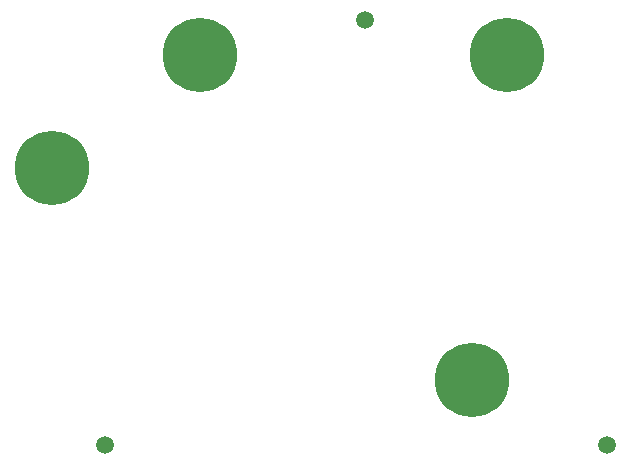
<source format=gbr>
G04 #@! TF.GenerationSoftware,KiCad,Pcbnew,6.0.2+dfsg-1*
G04 #@! TF.CreationDate,2022-08-12T21:34:55-04:00*
G04 #@! TF.ProjectId,RUSP_Faceplate,52555350-5f46-4616-9365-706c6174652e,rev?*
G04 #@! TF.SameCoordinates,Original*
G04 #@! TF.FileFunction,Soldermask,Bot*
G04 #@! TF.FilePolarity,Negative*
%FSLAX46Y46*%
G04 Gerber Fmt 4.6, Leading zero omitted, Abs format (unit mm)*
G04 Created by KiCad (PCBNEW 6.0.2+dfsg-1) date 2022-08-12 21:34:55*
%MOMM*%
%LPD*%
G01*
G04 APERTURE LIST*
%ADD10C,6.300000*%
%ADD11C,1.500000*%
G04 APERTURE END LIST*
D10*
G04 #@! TO.C,H2*
X118292000Y-81180000D03*
G04 #@! TD*
G04 #@! TO.C,H1*
X130792000Y-71680000D03*
G04 #@! TD*
D11*
G04 #@! TO.C,FID3*
X144792000Y-68680000D03*
G04 #@! TD*
D10*
G04 #@! TO.C,H3*
X153792000Y-99180000D03*
G04 #@! TD*
G04 #@! TO.C,H5*
X156792000Y-71680000D03*
G04 #@! TD*
D11*
G04 #@! TO.C,FID1*
X122792000Y-104680000D03*
G04 #@! TD*
G04 #@! TO.C,FID2*
X165292000Y-104680000D03*
G04 #@! TD*
M02*

</source>
